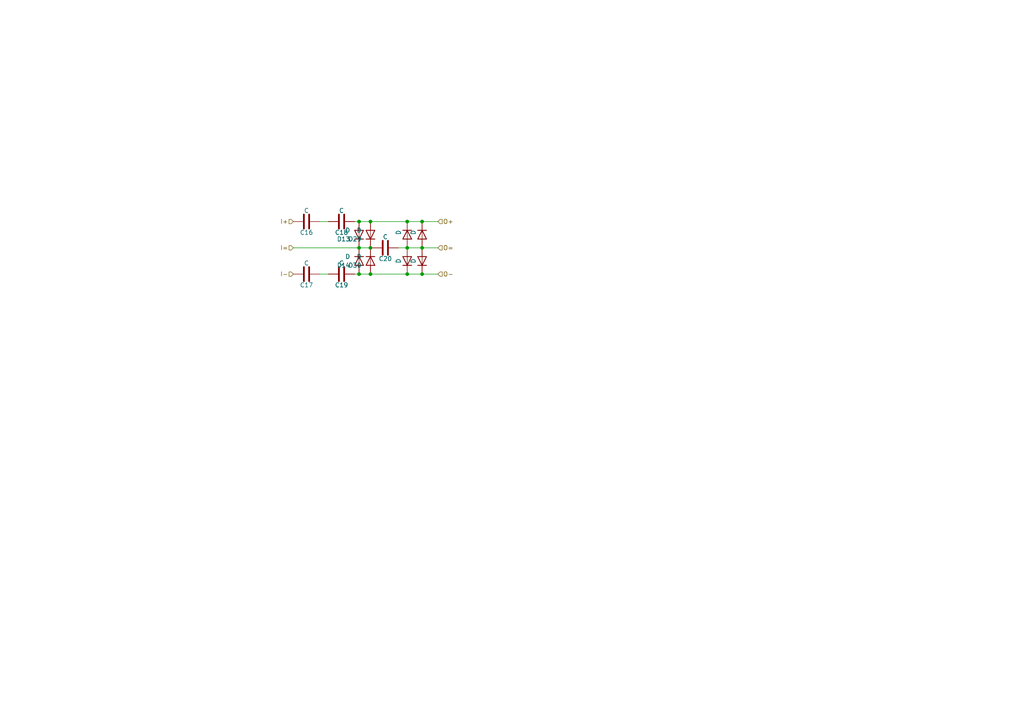
<source format=kicad_sch>
(kicad_sch (version 20230121) (generator eeschema)
  (paper "A4")
  (lib_symbols
    (symbol "Device:C" (pin_numbers hide) (pin_names (offset 0.254))
      (property "Reference" "C" (at 0.635 2.54 0))
      (property "Value" "C" (at 0.635 -2.54 0))
      (symbol "C_0_1"
        (polyline (pts (xy -2.032 -0.762) (xy 2.032 -0.762)) (stroke (width 0.508)))
        (polyline (pts (xy -2.032 0.762) (xy 2.032 0.762)) (stroke (width 0.508)))
      )
      (symbol "C_1_1"
        (pin passive line (at 0 3.81 270) (length 2.794) (name "~") (number "1"))
        (pin passive line (at 0 -3.81 90) (length 2.794) (name "~") (number "2"))
      )
    )
    (symbol "Device:D" (pin_numbers hide) (pin_names (offset 1.016) hide)
      (property "Reference" "D" (at 0 2.54 0))
      (property "Value" "D" (at 0 -2.54 0))
      (symbol "D_0_1"
        (polyline (pts (xy -1.27 1.27) (xy -1.27 -1.27)) (stroke (width 0.254)))
        (polyline (pts (xy 1.27 0) (xy -1.27 0)))
        (polyline (pts (xy 1.27 1.27) (xy 1.27 -1.27) (xy -1.27 0) (xy 1.27 1.27)) (stroke (width 0.254)))
      )
      (symbol "D_1_1"
        (pin passive line (at -3.81 0 0) (length 2.54) (name "K") (number "1"))
        (pin passive line (at 3.81 0 180) (length 2.54) (name "A") (number "2"))
      )
    )
  )
  (junction (at 118.11 79.502))
  (junction (at 122.428 64.262))
  (junction (at 107.442 64.262))
  (junction (at 122.428 79.502))
  (junction (at 104.14 79.502))
  (junction (at 107.442 71.882))
  (junction (at 104.14 71.882))
  (junction (at 107.442 79.502))
  (junction (at 118.11 71.882))
  (junction (at 122.428 71.882))
  (junction (at 104.14 64.262))
  (junction (at 118.11 64.262))
  (wire (pts (xy 115.57 71.882) (xy 118.11 71.882)))
  (wire (pts (xy 107.442 79.502) (xy 118.11 79.502)))
  (wire (pts (xy 107.442 71.882) (xy 107.95 71.882)))
  (wire (pts (xy 104.14 64.262) (xy 107.442 64.262)))
  (wire (pts (xy 85.09 71.882) (xy 104.14 71.882)))
  (wire (pts (xy 118.11 64.262) (xy 122.428 64.262)))
  (wire (pts (xy 92.71 64.262) (xy 95.25 64.262)))
  (wire (pts (xy 107.442 64.262) (xy 118.11 64.262)))
  (wire (pts (xy 118.11 79.502) (xy 122.428 79.502)))
  (wire (pts (xy 104.14 79.502) (xy 107.442 79.502)))
  (wire (pts (xy 102.87 79.502) (xy 104.14 79.502)))
  (wire (pts (xy 92.71 79.502) (xy 95.25 79.502)))
  (wire (pts (xy 102.87 64.262) (xy 104.14 64.262)))
  (wire (pts (xy 122.428 79.502) (xy 127 79.502)))
  (wire (pts (xy 122.428 71.882) (xy 127 71.882)))
  (wire (pts (xy 122.428 64.262) (xy 127 64.262)))
  (wire (pts (xy 104.14 71.882) (xy 107.442 71.882)))
  (wire (pts (xy 118.11 71.882) (xy 122.428 71.882)))
  (hierarchical_label "I-" (shape input) (at 85.09 79.502 180))
  (hierarchical_label "I=" (shape input) (at 85.09 71.882 180))
  (hierarchical_label "I+" (shape input) (at 85.09 64.262 180))
  (hierarchical_label "O=" (shape input) (at 127 71.882 0))
  (hierarchical_label "O-" (shape input) (at 127 79.502 0))
  (hierarchical_label "O+" (shape input) (at 127 64.262 0))
  (symbol (lib_id "Device:D") (at 118.11 68.072 270) (unit 1)
    (property "Reference" "D15" (effects hide))
    (property "Value" "D" (at 115.57 67.437 0))
    (property "Footprint" "custom_assets_mit:slu15mg" (effects hide))
    (property "Sim.Device" "D" (effects hide))
    (property "Sim.Pins" "1=K 2=A" (effects hide))
    (instances (project "multiplier-slu15mg" (path "" (reference "D15") (unit 1)) (path "" (reference "D7") (unit 1))))
  )
  (symbol (lib_id "Device:C") (at 88.9 79.502 90) (unit 1)
    (property "Reference" "C17" (at 88.9 82.677 90))
    (property "Value" "C" (at 88.9 76.327 90))
    (property "Footprint" "Capacitor_SMD:C_2220_5750Metric" (effects hide))
    (instances (project "multiplier-slu15mg" (path "" (reference "C17") (unit 1)) (path "" (reference "C7") (unit 1))))
  )
  (symbol (lib_id "Device:D") (at 104.14 68.072 90) (unit 1)
    (property "Reference" "D13" (at 101.6 69.342 90) (effects (justify left)))
    (property "Value" "D" (at 101.6 66.802 90) (effects (justify left)))
    (property "Footprint" "custom_assets_mit:slu15mg" (effects hide))
    (property "Sim.Device" "D" (effects hide))
    (property "Sim.Pins" "1=K 2=A" (effects hide))
    (instances (project "multiplier-slu15mg" (path "" (reference "D13") (unit 1)) (path "" (reference "D5") (unit 1))))
  )
  (symbol (lib_id "Device:D") (at 118.11 75.692 90) (unit 1)
    (property "Reference" "D16" (effects hide))
    (property "Value" "D" (at 115.57 75.692 0))
    (property "Footprint" "custom_assets_mit:slu15mg" (effects hide))
    (property "Sim.Device" "D" (effects hide))
    (property "Sim.Pins" "1=K 2=A" (effects hide))
    (instances (project "multiplier-slu15mg" (path "" (reference "D16") (unit 1)) (path "" (reference "D8") (unit 1))))
  )
  (symbol (lib_id "Device:D") (at 107.442 68.072 90) (unit 1)
    (property "Reference" "D29" (at 104.902 69.342 90) (effects (justify left)))
    (property "Value" "D" (at 104.902 66.802 90) (effects (justify left)))
    (property "Footprint" "custom_assets_mit:slu15mg" (effects hide))
    (property "Sim.Device" "D" (effects hide))
    (property "Sim.Pins" "1=K 2=A" (effects hide))
    (instances (project "multiplier-slu15mg" (path "" (reference "D29") (unit 1)) (path "" (reference "D31") (unit 1))))
  )
  (symbol (lib_id "Device:C") (at 99.06 64.262 90) (unit 1)
    (property "Reference" "C18" (at 99.06 67.437 90))
    (property "Value" "C" (at 99.06 61.087 90))
    (property "Footprint" "Capacitor_SMD:C_2220_5750Metric" (effects hide))
    (instances (project "multiplier-slu15mg" (path "" (reference "C18") (unit 1)) (path "" (reference "C8") (unit 1))))
  )
  (symbol (lib_id "Device:D") (at 104.14 75.692 270) (unit 1)
    (property "Reference" "D14" (at 101.6 76.962 90) (effects (justify right)))
    (property "Value" "D" (at 101.6 74.422 90) (effects (justify right)))
    (property "Footprint" "custom_assets_mit:slu15mg" (effects hide))
    (property "Sim.Device" "D" (effects hide))
    (property "Sim.Pins" "1=K 2=A" (effects hide))
    (instances (project "multiplier-slu15mg" (path "" (reference "D14") (unit 1)) (path "" (reference "D6") (unit 1))))
  )
  (symbol (lib_id "Device:D") (at 122.428 68.072 270) (unit 1)
    (property "Reference" "D25" (effects hide))
    (property "Value" "D" (at 119.888 67.437 0))
    (property "Footprint" "custom_assets_mit:slu15mg" (effects hide))
    (property "Sim.Device" "D" (effects hide))
    (property "Sim.Pins" "1=K 2=A" (effects hide))
    (instances (project "multiplier-slu15mg" (path "" (reference "D25") (unit 1)) (path "" (reference "D27") (unit 1))))
  )
  (symbol (lib_id "Device:D") (at 107.442 75.692 270) (unit 1)
    (property "Reference" "D30" (at 104.902 76.962 90) (effects (justify right)))
    (property "Value" "D" (at 104.902 74.422 90) (effects (justify right)))
    (property "Footprint" "custom_assets_mit:slu15mg" (effects hide))
    (property "Sim.Device" "D" (effects hide))
    (property "Sim.Pins" "1=K 2=A" (effects hide))
    (instances (project "multiplier-slu15mg" (path "" (reference "D30") (unit 1)) (path "" (reference "D32") (unit 1))))
  )
  (symbol (lib_id "Device:C") (at 111.76 71.882 90) (unit 1)
    (property "Reference" "C20" (at 111.76 75.057 90))
    (property "Value" "C" (at 111.76 68.707 90))
    (property "Footprint" "custom_assets_mit:C_3640_9110Metric_HV" (effects hide))
    (instances (project "multiplier-slu15mg" (path "" (reference "C20") (unit 1)) (path "" (reference "C10") (unit 1))))
  )
  (symbol (lib_id "Device:D") (at 122.428 75.692 90) (unit 1)
    (property "Reference" "D26" (effects hide))
    (property "Value" "D" (at 119.888 75.692 0))
    (property "Footprint" "custom_assets_mit:slu15mg" (effects hide))
    (property "Sim.Device" "D" (effects hide))
    (property "Sim.Pins" "1=K 2=A" (effects hide))
    (instances (project "multiplier-slu15mg" (path "" (reference "D26") (unit 1)) (path "" (reference "D28") (unit 1))))
  )
  (symbol (lib_id "Device:C") (at 99.06 79.502 90) (unit 1)
    (property "Reference" "C19" (at 99.06 82.677 90))
    (property "Value" "C" (at 99.06 76.327 90))
    (property "Footprint" "Capacitor_SMD:C_2220_5750Metric" (effects hide))
    (instances (project "multiplier-slu15mg" (path "" (reference "C19") (unit 1)) (path "" (reference "C9") (unit 1))))
  )
  (symbol (lib_id "Device:C") (at 88.9 64.262 90) (unit 1)
    (property "Reference" "C16" (at 88.9 67.437 90))
    (property "Value" "C" (at 88.9 61.087 90))
    (property "Footprint" "Capacitor_SMD:C_2220_5750Metric" (effects hide))
    (instances (project "multiplier-slu15mg" (path "" (reference "C16") (unit 1)) (path "" (reference "C6") (unit 1))))
  )
)
</source>
